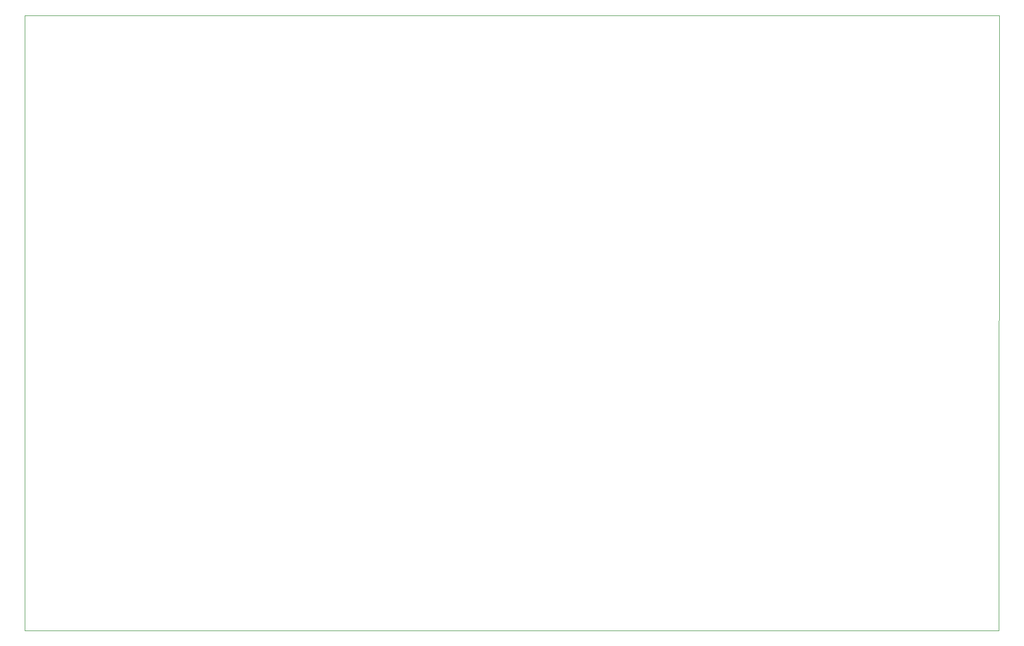
<source format=gbr>
%TF.GenerationSoftware,KiCad,Pcbnew,7.0.7*%
%TF.CreationDate,2024-08-20T13:12:50+02:00*%
%TF.ProjectId,plc14500,706c6331-3435-4303-902e-6b696361645f,rev?*%
%TF.SameCoordinates,Original*%
%TF.FileFunction,Profile,NP*%
%FSLAX46Y46*%
G04 Gerber Fmt 4.6, Leading zero omitted, Abs format (unit mm)*
G04 Created by KiCad (PCBNEW 7.0.7) date 2024-08-20 13:12:50*
%MOMM*%
%LPD*%
G01*
G04 APERTURE LIST*
%TA.AperFunction,Profile*%
%ADD10C,0.050000*%
%TD*%
G04 APERTURE END LIST*
D10*
X231620000Y-43120000D02*
X231540000Y-144145000D01*
X71540000Y-144145000D02*
X71610000Y-43120000D01*
X71610000Y-43120000D02*
X231620000Y-43120000D01*
X231540000Y-144145000D02*
X71540000Y-144145000D01*
M02*

</source>
